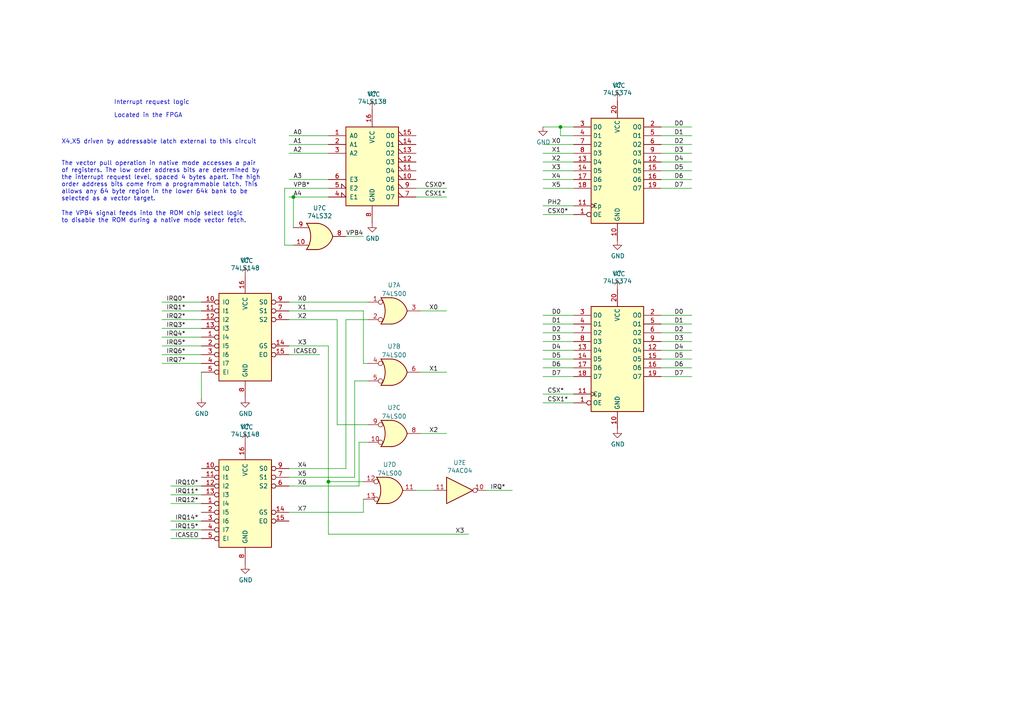
<source format=kicad_sch>
(kicad_sch (version 20211123) (generator eeschema)
  (paper "A4")
  (lib_symbols
    (symbol "74xx:74LS00" (pin_names (offset 1.016))
      (property "Reference" "U" (at 0 1.27 0))
      (property "Value" "74LS00" (at 0 -1.27 0))
      (symbol "74LS00_1_1"
        (arc (start 0 -3.81) (mid 3.81 0) (end 0 3.81) (stroke (width 0.254)) (fill (type background)))
        (polyline (pts (xy 0 3.81) (xy -3.81 3.81) (xy -3.81 -3.81) (xy 0 -3.81)) (stroke (width 0.254)) (fill (type background)))
        (pin input line (at -7.62 2.54 0) (length 3.81) (name "~") (number "1"))
        (pin input line (at -7.62 -2.54 0) (length 3.81) (name "~") (number "2"))
        (pin output inverted (at 7.62 0 180) (length 3.81) (name "~") (number "3"))
      )
      (symbol "74LS00_1_2"
        (arc (start -3.81 -3.81) (mid -2.589 0) (end -3.81 3.81) (stroke (width 0.254)))
        (arc (start -0.6096 -3.81) (mid 2.1842 -2.5851) (end 3.81 0) (stroke (width 0.254)) (fill (type background)))
        (polyline (pts (xy -3.81 -3.81) (xy -0.635 -3.81)) (stroke (width 0.254)) (fill (type background)))
        (polyline (pts (xy -3.81 3.81) (xy -0.635 3.81)) (stroke (width 0.254)) (fill (type background)))
        (polyline (pts (xy -0.635 3.81) (xy -3.81 3.81) (xy -3.81 3.81) (xy -3.556 3.4036) (xy -3.0226 2.2606) (xy -2.6924 1.0414) (xy -2.6162 -0.254) (xy -2.7686 -1.4986) (xy -3.175 -2.7178) (xy -3.81 -3.81) (xy -3.81 -3.81) (xy -0.635 -3.81)) (stroke (width -25.4)) (fill (type background)))
        (arc (start 3.81 0) (mid 2.1915 2.5936) (end -0.6096 3.81) (stroke (width 0.254)) (fill (type background)))
        (pin input inverted (at -7.62 2.54 0) (length 4.318) (name "~") (number "1"))
        (pin input inverted (at -7.62 -2.54 0) (length 4.318) (name "~") (number "2"))
        (pin output line (at 7.62 0 180) (length 3.81) (name "~") (number "3"))
      )
      (symbol "74LS00_2_1"
        (arc (start 0 -3.81) (mid 3.81 0) (end 0 3.81) (stroke (width 0.254)) (fill (type background)))
        (polyline (pts (xy 0 3.81) (xy -3.81 3.81) (xy -3.81 -3.81) (xy 0 -3.81)) (stroke (width 0.254)) (fill (type background)))
        (pin input line (at -7.62 2.54 0) (length 3.81) (name "~") (number "4"))
        (pin input line (at -7.62 -2.54 0) (length 3.81) (name "~") (number "5"))
        (pin output inverted (at 7.62 0 180) (length 3.81) (name "~") (number "6"))
      )
      (symbol "74LS00_2_2"
        (arc (start -3.81 -3.81) (mid -2.589 0) (end -3.81 3.81) (stroke (width 0.254)))
        (arc (start -0.6096 -3.81) (mid 2.1842 -2.5851) (end 3.81 0) (stroke (width 0.254)) (fill (type background)))
        (polyline (pts (xy -3.81 -3.81) (xy -0.635 -3.81)) (stroke (width 0.254)) (fill (type background)))
        (polyline (pts (xy -3.81 3.81) (xy -0.635 3.81)) (stroke (width 0.254)) (fill (type background)))
        (polyline (pts (xy -0.635 3.81) (xy -3.81 3.81) (xy -3.81 3.81) (xy -3.556 3.4036) (xy -3.0226 2.2606) (xy -2.6924 1.0414) (xy -2.6162 -0.254) (xy -2.7686 -1.4986) (xy -3.175 -2.7178) (xy -3.81 -3.81) (xy -3.81 -3.81) (xy -0.635 -3.81)) (stroke (width -25.4)) (fill (type background)))
        (arc (start 3.81 0) (mid 2.1915 2.5936) (end -0.6096 3.81) (stroke (width 0.254)) (fill (type background)))
        (pin input inverted (at -7.62 2.54 0) (length 4.318) (name "~") (number "4"))
        (pin input inverted (at -7.62 -2.54 0) (length 4.318) (name "~") (number "5"))
        (pin output line (at 7.62 0 180) (length 3.81) (name "~") (number "6"))
      )
      (symbol "74LS00_3_1"
        (arc (start 0 -3.81) (mid 3.81 0) (end 0 3.81) (stroke (width 0.254)) (fill (type background)))
        (polyline (pts (xy 0 3.81) (xy -3.81 3.81) (xy -3.81 -3.81) (xy 0 -3.81)) (stroke (width 0.254)) (fill (type background)))
        (pin input line (at -7.62 -2.54 0) (length 3.81) (name "~") (number "10"))
        (pin output inverted (at 7.62 0 180) (length 3.81) (name "~") (number "8"))
        (pin input line (at -7.62 2.54 0) (length 3.81) (name "~") (number "9"))
      )
      (symbol "74LS00_3_2"
        (arc (start -3.81 -3.81) (mid -2.589 0) (end -3.81 3.81) (stroke (width 0.254)))
        (arc (start -0.6096 -3.81) (mid 2.1842 -2.5851) (end 3.81 0) (stroke (width 0.254)) (fill (type background)))
        (polyline (pts (xy -3.81 -3.81) (xy -0.635 -3.81)) (stroke (width 0.254)) (fill (type background)))
        (polyline (pts (xy -3.81 3.81) (xy -0.635 3.81)) (stroke (width 0.254)) (fill (type background)))
        (polyline (pts (xy -0.635 3.81) (xy -3.81 3.81) (xy -3.81 3.81) (xy -3.556 3.4036) (xy -3.0226 2.2606) (xy -2.6924 1.0414) (xy -2.6162 -0.254) (xy -2.7686 -1.4986) (xy -3.175 -2.7178) (xy -3.81 -3.81) (xy -3.81 -3.81) (xy -0.635 -3.81)) (stroke (width -25.4)) (fill (type background)))
        (arc (start 3.81 0) (mid 2.1915 2.5936) (end -0.6096 3.81) (stroke (width 0.254)) (fill (type background)))
        (pin input inverted (at -7.62 -2.54 0) (length 4.318) (name "~") (number "10"))
        (pin output line (at 7.62 0 180) (length 3.81) (name "~") (number "8"))
        (pin input inverted (at -7.62 2.54 0) (length 4.318) (name "~") (number "9"))
      )
      (symbol "74LS00_4_1"
        (arc (start 0 -3.81) (mid 3.81 0) (end 0 3.81) (stroke (width 0.254)) (fill (type background)))
        (polyline (pts (xy 0 3.81) (xy -3.81 3.81) (xy -3.81 -3.81) (xy 0 -3.81)) (stroke (width 0.254)) (fill (type background)))
        (pin output inverted (at 7.62 0 180) (length 3.81) (name "~") (number "11"))
        (pin input line (at -7.62 2.54 0) (length 3.81) (name "~") (number "12"))
        (pin input line (at -7.62 -2.54 0) (length 3.81) (name "~") (number "13"))
      )
      (symbol "74LS00_4_2"
        (arc (start -3.81 -3.81) (mid -2.589 0) (end -3.81 3.81) (stroke (width 0.254)))
        (arc (start -0.6096 -3.81) (mid 2.1842 -2.5851) (end 3.81 0) (stroke (width 0.254)) (fill (type background)))
        (polyline (pts (xy -3.81 -3.81) (xy -0.635 -3.81)) (stroke (width 0.254)) (fill (type background)))
        (polyline (pts (xy -3.81 3.81) (xy -0.635 3.81)) (stroke (width 0.254)) (fill (type background)))
        (polyline (pts (xy -0.635 3.81) (xy -3.81 3.81) (xy -3.81 3.81) (xy -3.556 3.4036) (xy -3.0226 2.2606) (xy -2.6924 1.0414) (xy -2.6162 -0.254) (xy -2.7686 -1.4986) (xy -3.175 -2.7178) (xy -3.81 -3.81) (xy -3.81 -3.81) (xy -0.635 -3.81)) (stroke (width -25.4)) (fill (type background)))
        (arc (start 3.81 0) (mid 2.1915 2.5936) (end -0.6096 3.81) (stroke (width 0.254)) (fill (type background)))
        (pin output line (at 7.62 0 180) (length 3.81) (name "~") (number "11"))
        (pin input inverted (at -7.62 2.54 0) (length 4.318) (name "~") (number "12"))
        (pin input inverted (at -7.62 -2.54 0) (length 4.318) (name "~") (number "13"))
      )
      (symbol "74LS00_5_0"
        (pin power_in line (at 0 12.7 270) (length 5.08) (name "VCC") (number "14"))
        (pin power_in line (at 0 -12.7 90) (length 5.08) (name "GND") (number "7"))
      )
      (symbol "74LS00_5_1"
        (rectangle (start -5.08 7.62) (end 5.08 -7.62) (stroke (width 0.254)) (fill (type background)))
      )
    )
    (symbol "74xx:74LS04"
      (property "Reference" "U" (at 0 1.27 0))
      (property "Value" "74LS04" (at 0 -1.27 0))
      (symbol "74LS04_1_0"
        (polyline (pts (xy -3.81 3.81) (xy -3.81 -3.81) (xy 3.81 0) (xy -3.81 3.81)) (stroke (width 0.254)) (fill (type background)))
        (pin input line (at -7.62 0 0) (length 3.81) (name "~") (number "1"))
        (pin output inverted (at 7.62 0 180) (length 3.81) (name "~") (number "2"))
      )
      (symbol "74LS04_2_0"
        (polyline (pts (xy -3.81 3.81) (xy -3.81 -3.81) (xy 3.81 0) (xy -3.81 3.81)) (stroke (width 0.254)) (fill (type background)))
        (pin input line (at -7.62 0 0) (length 3.81) (name "~") (number "3"))
        (pin output inverted (at 7.62 0 180) (length 3.81) (name "~") (number "4"))
      )
      (symbol "74LS04_3_0"
        (polyline (pts (xy -3.81 3.81) (xy -3.81 -3.81) (xy 3.81 0) (xy -3.81 3.81)) (stroke (width 0.254)) (fill (type background)))
        (pin input line (at -7.62 0 0) (length 3.81) (name "~") (number "5"))
        (pin output inverted (at 7.62 0 180) (length 3.81) (name "~") (number "6"))
      )
      (symbol "74LS04_4_0"
        (polyline (pts (xy -3.81 3.81) (xy -3.81 -3.81) (xy 3.81 0) (xy -3.81 3.81)) (stroke (width 0.254)) (fill (type background)))
        (pin output inverted (at 7.62 0 180) (length 3.81) (name "~") (number "8"))
        (pin input line (at -7.62 0 0) (length 3.81) (name "~") (number "9"))
      )
      (symbol "74LS04_5_0"
        (polyline (pts (xy -3.81 3.81) (xy -3.81 -3.81) (xy 3.81 0) (xy -3.81 3.81)) (stroke (width 0.254)) (fill (type background)))
        (pin output inverted (at 7.62 0 180) (length 3.81) (name "~") (number "10"))
        (pin input line (at -7.62 0 0) (length 3.81) (name "~") (number "11"))
      )
      (symbol "74LS04_6_0"
        (polyline (pts (xy -3.81 3.81) (xy -3.81 -3.81) (xy 3.81 0) (xy -3.81 3.81)) (stroke (width 0.254)) (fill (type background)))
        (pin output inverted (at 7.62 0 180) (length 3.81) (name "~") (number "12"))
        (pin input line (at -7.62 0 0) (length 3.81) (name "~") (number "13"))
      )
      (symbol "74LS04_7_0"
        (pin power_in line (at 0 12.7 270) (length 5.08) (name "VCC") (number "14"))
        (pin power_in line (at 0 -12.7 90) (length 5.08) (name "GND") (number "7"))
      )
      (symbol "74LS04_7_1"
        (rectangle (start -5.08 7.62) (end 5.08 -7.62) (stroke (width 0.254)) (fill (type background)))
      )
    )
    (symbol "74xx:74LS138" (pin_names (offset 1.016))
      (property "Reference" "U" (at -7.62 11.43 0))
      (property "Value" "74LS138" (at -7.62 -13.97 0))
      (symbol "74LS138_1_0"
        (pin input line (at -12.7 7.62 0) (length 5.08) (name "A0") (number "1"))
        (pin output output_low (at 12.7 -5.08 180) (length 5.08) (name "O5") (number "10"))
        (pin output output_low (at 12.7 -2.54 180) (length 5.08) (name "O4") (number "11"))
        (pin output output_low (at 12.7 0 180) (length 5.08) (name "O3") (number "12"))
        (pin output output_low (at 12.7 2.54 180) (length 5.08) (name "O2") (number "13"))
        (pin output output_low (at 12.7 5.08 180) (length 5.08) (name "O1") (number "14"))
        (pin output output_low (at 12.7 7.62 180) (length 5.08) (name "O0") (number "15"))
        (pin power_in line (at 0 15.24 270) (length 5.08) (name "VCC") (number "16"))
        (pin input line (at -12.7 5.08 0) (length 5.08) (name "A1") (number "2"))
        (pin input line (at -12.7 2.54 0) (length 5.08) (name "A2") (number "3"))
        (pin input input_low (at -12.7 -10.16 0) (length 5.08) (name "E1") (number "4"))
        (pin input input_low (at -12.7 -7.62 0) (length 5.08) (name "E2") (number "5"))
        (pin input line (at -12.7 -5.08 0) (length 5.08) (name "E3") (number "6"))
        (pin output output_low (at 12.7 -10.16 180) (length 5.08) (name "O7") (number "7"))
        (pin power_in line (at 0 -17.78 90) (length 5.08) (name "GND") (number "8"))
        (pin output output_low (at 12.7 -7.62 180) (length 5.08) (name "O6") (number "9"))
      )
      (symbol "74LS138_1_1"
        (rectangle (start -7.62 10.16) (end 7.62 -12.7) (stroke (width 0.254)) (fill (type background)))
      )
    )
    (symbol "74xx:74LS148" (pin_names (offset 1.016))
      (property "Reference" "U" (at -7.62 13.97 0))
      (property "Value" "74LS148" (at -7.62 -13.97 0))
      (symbol "74LS148_1_0"
        (pin input inverted (at -12.7 0 0) (length 5.08) (name "I4") (number "1"))
        (pin input inverted (at -12.7 10.16 0) (length 5.08) (name "IO") (number "10"))
        (pin input inverted (at -12.7 7.62 0) (length 5.08) (name "I1") (number "11"))
        (pin input inverted (at -12.7 5.08 0) (length 5.08) (name "I2") (number "12"))
        (pin input inverted (at -12.7 2.54 0) (length 5.08) (name "I3") (number "13"))
        (pin output inverted (at 12.7 -2.54 180) (length 5.08) (name "GS") (number "14"))
        (pin output inverted (at 12.7 -5.08 180) (length 5.08) (name "EO") (number "15"))
        (pin power_in line (at 0 17.78 270) (length 5.08) (name "VCC") (number "16"))
        (pin input inverted (at -12.7 -2.54 0) (length 5.08) (name "I5") (number "2"))
        (pin input inverted (at -12.7 -5.08 0) (length 5.08) (name "I6") (number "3"))
        (pin input inverted (at -12.7 -7.62 0) (length 5.08) (name "I7") (number "4"))
        (pin input inverted (at -12.7 -10.16 0) (length 5.08) (name "EI") (number "5"))
        (pin output inverted (at 12.7 5.08 180) (length 5.08) (name "S2") (number "6"))
        (pin output inverted (at 12.7 7.62 180) (length 5.08) (name "S1") (number "7"))
        (pin power_in line (at 0 -17.78 90) (length 5.08) (name "GND") (number "8"))
        (pin output inverted (at 12.7 10.16 180) (length 5.08) (name "S0") (number "9"))
      )
      (symbol "74LS148_1_1"
        (rectangle (start -7.62 12.7) (end 7.62 -12.7) (stroke (width 0.254)) (fill (type background)))
      )
    )
    (symbol "74xx:74LS32" (pin_names (offset 1.016))
      (property "Reference" "U" (at 0 1.27 0))
      (property "Value" "74LS32" (at 0 -1.27 0))
      (symbol "74LS32_1_1"
        (arc (start -3.81 -3.81) (mid -2.589 0) (end -3.81 3.81) (stroke (width 0.254)))
        (arc (start -0.6096 -3.81) (mid 2.1842 -2.5851) (end 3.81 0) (stroke (width 0.254)) (fill (type background)))
        (polyline (pts (xy -3.81 -3.81) (xy -0.635 -3.81)) (stroke (width 0.254)) (fill (type background)))
        (polyline (pts (xy -3.81 3.81) (xy -0.635 3.81)) (stroke (width 0.254)) (fill (type background)))
        (polyline (pts (xy -0.635 3.81) (xy -3.81 3.81) (xy -3.81 3.81) (xy -3.556 3.4036) (xy -3.0226 2.2606) (xy -2.6924 1.0414) (xy -2.6162 -0.254) (xy -2.7686 -1.4986) (xy -3.175 -2.7178) (xy -3.81 -3.81) (xy -3.81 -3.81) (xy -0.635 -3.81)) (stroke (width -25.4)) (fill (type background)))
        (arc (start 3.81 0) (mid 2.1915 2.5936) (end -0.6096 3.81) (stroke (width 0.254)) (fill (type background)))
        (pin input line (at -7.62 2.54 0) (length 4.318) (name "~") (number "1"))
        (pin input line (at -7.62 -2.54 0) (length 4.318) (name "~") (number "2"))
        (pin output line (at 7.62 0 180) (length 3.81) (name "~") (number "3"))
      )
      (symbol "74LS32_1_2"
        (arc (start 0 -3.81) (mid 3.81 0) (end 0 3.81) (stroke (width 0.254)) (fill (type background)))
        (polyline (pts (xy 0 3.81) (xy -3.81 3.81) (xy -3.81 -3.81) (xy 0 -3.81)) (stroke (width 0.254)) (fill (type background)))
        (pin input inverted (at -7.62 2.54 0) (length 3.81) (name "~") (number "1"))
        (pin input inverted (at -7.62 -2.54 0) (length 3.81) (name "~") (number "2"))
        (pin output inverted (at 7.62 0 180) (length 3.81) (name "~") (number "3"))
      )
      (symbol "74LS32_2_1"
        (arc (start -3.81 -3.81) (mid -2.589 0) (end -3.81 3.81) (stroke (width 0.254)))
        (arc (start -0.6096 -3.81) (mid 2.1842 -2.5851) (end 3.81 0) (stroke (width 0.254)) (fill (type background)))
        (polyline (pts (xy -3.81 -3.81) (xy -0.635 -3.81)) (stroke (width 0.254)) (fill (type background)))
        (polyline (pts (xy -3.81 3.81) (xy -0.635 3.81)) (stroke (width 0.254)) (fill (type background)))
        (polyline (pts (xy -0.635 3.81) (xy -3.81 3.81) (xy -3.81 3.81) (xy -3.556 3.4036) (xy -3.0226 2.2606) (xy -2.6924 1.0414) (xy -2.6162 -0.254) (xy -2.7686 -1.4986) (xy -3.175 -2.7178) (xy -3.81 -3.81) (xy -3.81 -3.81) (xy -0.635 -3.81)) (stroke (width -25.4)) (fill (type background)))
        (arc (start 3.81 0) (mid 2.1915 2.5936) (end -0.6096 3.81) (stroke (width 0.254)) (fill (type background)))
        (pin input line (at -7.62 2.54 0) (length 4.318) (name "~") (number "4"))
        (pin input line (at -7.62 -2.54 0) (length 4.318) (name "~") (number "5"))
        (pin output line (at 7.62 0 180) (length 3.81) (name "~") (number "6"))
      )
      (symbol "74LS32_2_2"
        (arc (start 0 -3.81) (mid 3.81 0) (end 0 3.81) (stroke (width 0.254)) (fill (type background)))
        (polyline (pts (xy 0 3.81) (xy -3.81 3.81) (xy -3.81 -3.81) (xy 0 -3.81)) (stroke (width 0.254)) (fill (type background)))
        (pin input inverted (at -7.62 2.54 0) (length 3.81) (name "~") (number "4"))
        (pin input inverted (at -7.62 -2.54 0) (length 3.81) (name "~") (number "5"))
        (pin output inverted (at 7.62 0 180) (length 3.81) (name "~") (number "6"))
      )
      (symbol "74LS32_3_1"
        (arc (start -3.81 -3.81) (mid -2.589 0) (end -3.81 3.81) (stroke (width 0.254)))
        (arc (start -0.6096 -3.81) (mid 2.1842 -2.5851) (end 3.81 0) (stroke (width 0.254)) (fill (type background)))
        (polyline (pts (xy -3.81 -3.81) (xy -0.635 -3.81)) (stroke (width 0.254)) (fill (type background)))
        (polyline (pts (xy -3.81 3.81) (xy -0.635 3.81)) (stroke (width 0.254)) (fill (type background)))
        (polyline (pts (xy -0.635 3.81) (xy -3.81 3.81) (xy -3.81 3.81) (xy -3.556 3.4036) (xy -3.0226 2.2606) (xy -2.6924 1.0414) (xy -2.6162 -0.254) (xy -2.7686 -1.4986) (xy -3.175 -2.7178) (xy -3.81 -3.81) (xy -3.81 -3.81) (xy -0.635 -3.81)) (stroke (width -25.4)) (fill (type background)))
        (arc (start 3.81 0) (mid 2.1915 2.5936) (end -0.6096 3.81) (stroke (width 0.254)) (fill (type background)))
        (pin input line (at -7.62 -2.54 0) (length 4.318) (name "~") (number "10"))
        (pin output line (at 7.62 0 180) (length 3.81) (name "~") (number "8"))
        (pin input line (at -7.62 2.54 0) (length 4.318) (name "~") (number "9"))
      )
      (symbol "74LS32_3_2"
        (arc (start 0 -3.81) (mid 3.81 0) (end 0 3.81) (stroke (width 0.254)) (fill (type background)))
        (polyline (pts (xy 0 3.81) (xy -3.81 3.81) (xy -3.81 -3.81) (xy 0 -3.81)) (stroke (width 0.254)) (fill (type background)))
        (pin input inverted (at -7.62 -2.54 0) (length 3.81) (name "~") (number "10"))
        (pin output inverted (at 7.62 0 180) (length 3.81) (name "~") (number "8"))
        (pin input inverted (at -7.62 2.54 0) (length 3.81) (name "~") (number "9"))
      )
      (symbol "74LS32_4_1"
        (arc (start -3.81 -3.81) (mid -2.589 0) (end -3.81 3.81) (stroke (width 0.254)))
        (arc (start -0.6096 -3.81) (mid 2.1842 -2.5851) (end 3.81 0) (stroke (width 0.254)) (fill (type background)))
        (polyline (pts (xy -3.81 -3.81) (xy -0.635 -3.81)) (stroke (width 0.254)) (fill (type background)))
        (polyline (pts (xy -3.81 3.81) (xy -0.635 3.81)) (stroke (width 0.254)) (fill (type background)))
        (polyline (pts (xy -0.635 3.81) (xy -3.81 3.81) (xy -3.81 3.81) (xy -3.556 3.4036) (xy -3.0226 2.2606) (xy -2.6924 1.0414) (xy -2.6162 -0.254) (xy -2.7686 -1.4986) (xy -3.175 -2.7178) (xy -3.81 -3.81) (xy -3.81 -3.81) (xy -0.635 -3.81)) (stroke (width -25.4)) (fill (type background)))
        (arc (start 3.81 0) (mid 2.1915 2.5936) (end -0.6096 3.81) (stroke (width 0.254)) (fill (type background)))
        (pin output line (at 7.62 0 180) (length 3.81) (name "~") (number "11"))
        (pin input line (at -7.62 2.54 0) (length 4.318) (name "~") (number "12"))
        (pin input line (at -7.62 -2.54 0) (length 4.318) (name "~") (number "13"))
      )
      (symbol "74LS32_4_2"
        (arc (start 0 -3.81) (mid 3.81 0) (end 0 3.81) (stroke (width 0.254)) (fill (type background)))
        (polyline (pts (xy 0 3.81) (xy -3.81 3.81) (xy -3.81 -3.81) (xy 0 -3.81)) (stroke (width 0.254)) (fill (type background)))
        (pin output inverted (at 7.62 0 180) (length 3.81) (name "~") (number "11"))
        (pin input inverted (at -7.62 2.54 0) (length 3.81) (name "~") (number "12"))
        (pin input inverted (at -7.62 -2.54 0) (length 3.81) (name "~") (number "13"))
      )
      (symbol "74LS32_5_0"
        (pin power_in line (at 0 12.7 270) (length 5.08) (name "VCC") (number "14"))
        (pin power_in line (at 0 -12.7 90) (length 5.08) (name "GND") (number "7"))
      )
      (symbol "74LS32_5_1"
        (rectangle (start -5.08 7.62) (end 5.08 -7.62) (stroke (width 0.254)) (fill (type background)))
      )
    )
    (symbol "74xx:74LS374"
      (property "Reference" "U" (at -7.62 16.51 0))
      (property "Value" "74LS374" (at -7.62 -16.51 0))
      (symbol "74LS374_1_0"
        (pin input inverted (at -12.7 -12.7 0) (length 5.08) (name "OE") (number "1"))
        (pin power_in line (at 0 -20.32 90) (length 5.08) (name "GND") (number "10"))
        (pin input clock (at -12.7 -10.16 0) (length 5.08) (name "Cp") (number "11"))
        (pin tri_state line (at 12.7 2.54 180) (length 5.08) (name "O4") (number "12"))
        (pin input line (at -12.7 2.54 0) (length 5.08) (name "D4") (number "13"))
        (pin input line (at -12.7 0 0) (length 5.08) (name "D5") (number "14"))
        (pin tri_state line (at 12.7 0 180) (length 5.08) (name "O5") (number "15"))
        (pin tri_state line (at 12.7 -2.54 180) (length 5.08) (name "O6") (number "16"))
        (pin input line (at -12.7 -2.54 0) (length 5.08) (name "D6") (number "17"))
        (pin input line (at -12.7 -5.08 0) (length 5.08) (name "D7") (number "18"))
        (pin tri_state line (at 12.7 -5.08 180) (length 5.08) (name "O7") (number "19"))
        (pin tri_state line (at 12.7 12.7 180) (length 5.08) (name "O0") (number "2"))
        (pin power_in line (at 0 20.32 270) (length 5.08) (name "VCC") (number "20"))
        (pin input line (at -12.7 12.7 0) (length 5.08) (name "D0") (number "3"))
        (pin input line (at -12.7 10.16 0) (length 5.08) (name "D1") (number "4"))
        (pin tri_state line (at 12.7 10.16 180) (length 5.08) (name "O1") (number "5"))
        (pin tri_state line (at 12.7 7.62 180) (length 5.08) (name "O2") (number "6"))
        (pin input line (at -12.7 7.62 0) (length 5.08) (name "D2") (number "7"))
        (pin input line (at -12.7 5.08 0) (length 5.08) (name "D3") (number "8"))
        (pin tri_state line (at 12.7 5.08 180) (length 5.08) (name "O3") (number "9"))
      )
      (symbol "74LS374_1_1"
        (rectangle (start -7.62 15.24) (end 7.62 -15.24) (stroke (width 0.254)) (fill (type background)))
      )
    )
    (symbol "power:GND" (power) (pin_names (offset 0))
      (property "Value" "GND" (at 0 -3.81 0))
      (symbol "GND_0_1"
        (polyline (pts (xy 0 0) (xy 0 -1.27) (xy 1.27 -1.27) (xy 0 -2.54) (xy -1.27 -1.27) (xy 0 -1.27)))
      )
      (symbol "GND_1_1"
        (pin power_in line (at 0 0 270) (length 0) hide (name "GND") (number "1"))
      )
    )
    (symbol "power:VCC" (power) (pin_names (offset 0))
      (property "Value" "VCC" (at 0 3.81 0))
      (symbol "VCC_0_1"
        (polyline (pts (xy -0.762 1.27) (xy 0 2.54)))
        (polyline (pts (xy 0 0) (xy 0 2.54)))
        (polyline (pts (xy 0 2.54) (xy 0.762 1.27)))
      )
      (symbol "VCC_1_1"
        (pin power_in line (at 0 0 90) (length 0) hide (name "VCC") (number "1"))
      )
    )
  )
  (junction (at 95.25 139.7))
  (junction (at 162.56 36.83))
  (junction (at 85.09 57.15))
  (wire (pts (xy 191.77 99.06) (xy 200.66 99.06)))
  (wire (pts (xy 58.42 146.05) (xy 49.53 146.05)))
  (wire (pts (xy 191.77 46.99) (xy 200.66 46.99)))
  (wire (pts (xy 83.82 87.63) (xy 106.68 87.63)))
  (wire (pts (xy 102.87 138.43) (xy 102.87 110.49)))
  (wire (pts (xy 100.33 92.71) (xy 106.68 92.71)))
  (wire (pts (xy 191.77 52.07) (xy 200.66 52.07)))
  (wire (pts (xy 166.37 62.23) (xy 157.48 62.23)))
  (wire (pts (xy 166.37 36.83) (xy 162.56 36.83)))
  (wire (pts (xy 121.92 90.17) (xy 129.54 90.17)))
  (wire (pts (xy 105.41 90.17) (xy 105.41 105.41)))
  (wire (pts (xy 95.25 139.7) (xy 105.41 139.7)))
  (wire (pts (xy 166.37 96.52) (xy 157.48 96.52)))
  (wire (pts (xy 58.42 92.71) (xy 46.99 92.71)))
  (wire (pts (xy 162.56 39.37) (xy 162.56 36.83)))
  (wire (pts (xy 100.33 68.58) (xy 105.41 68.58)))
  (wire (pts (xy 121.92 125.73) (xy 129.54 125.73)))
  (wire (pts (xy 166.37 109.22) (xy 157.48 109.22)))
  (wire (pts (xy 83.82 102.87) (xy 92.71 102.87)))
  (wire (pts (xy 166.37 41.91) (xy 157.48 41.91)))
  (wire (pts (xy 140.97 142.24) (xy 148.59 142.24)))
  (wire (pts (xy 95.25 139.7) (xy 95.25 154.94)))
  (wire (pts (xy 166.37 54.61) (xy 157.48 54.61)))
  (wire (pts (xy 166.37 91.44) (xy 157.48 91.44)))
  (wire (pts (xy 166.37 104.14) (xy 157.48 104.14)))
  (wire (pts (xy 58.42 140.97) (xy 49.53 140.97)))
  (wire (pts (xy 85.09 57.15) (xy 83.82 57.15)))
  (wire (pts (xy 58.42 107.95) (xy 58.42 115.57)))
  (wire (pts (xy 191.77 36.83) (xy 200.66 36.83)))
  (wire (pts (xy 95.25 57.15) (xy 85.09 57.15)))
  (wire (pts (xy 83.82 90.17) (xy 105.41 90.17)))
  (wire (pts (xy 105.41 148.59) (xy 105.41 144.78)))
  (wire (pts (xy 191.77 104.14) (xy 200.66 104.14)))
  (wire (pts (xy 106.68 123.19) (xy 97.79 123.19)))
  (wire (pts (xy 46.99 97.79) (xy 58.42 97.79)))
  (wire (pts (xy 58.42 90.17) (xy 46.99 90.17)))
  (wire (pts (xy 83.82 39.37) (xy 95.25 39.37)))
  (wire (pts (xy 166.37 114.3) (xy 157.48 114.3)))
  (wire (pts (xy 120.65 57.15) (xy 129.54 57.15)))
  (wire (pts (xy 104.14 140.97) (xy 104.14 128.27)))
  (wire (pts (xy 58.42 143.51) (xy 49.53 143.51)))
  (wire (pts (xy 191.77 109.22) (xy 200.66 109.22)))
  (wire (pts (xy 191.77 96.52) (xy 200.66 96.52)))
  (wire (pts (xy 191.77 49.53) (xy 200.66 49.53)))
  (wire (pts (xy 83.82 100.33) (xy 95.25 100.33)))
  (wire (pts (xy 191.77 106.68) (xy 200.66 106.68)))
  (wire (pts (xy 83.82 138.43) (xy 102.87 138.43)))
  (wire (pts (xy 58.42 156.21) (xy 49.53 156.21)))
  (wire (pts (xy 82.55 71.12) (xy 82.55 54.61)))
  (wire (pts (xy 102.87 110.49) (xy 106.68 110.49)))
  (wire (pts (xy 58.42 95.25) (xy 46.99 95.25)))
  (wire (pts (xy 58.42 87.63) (xy 46.99 87.63)))
  (wire (pts (xy 166.37 116.84) (xy 157.48 116.84)))
  (wire (pts (xy 85.09 66.04) (xy 85.09 57.15)))
  (wire (pts (xy 166.37 101.6) (xy 157.48 101.6)))
  (wire (pts (xy 166.37 106.68) (xy 157.48 106.68)))
  (wire (pts (xy 166.37 49.53) (xy 157.48 49.53)))
  (wire (pts (xy 166.37 46.99) (xy 157.48 46.99)))
  (wire (pts (xy 191.77 39.37) (xy 200.66 39.37)))
  (wire (pts (xy 191.77 54.61) (xy 200.66 54.61)))
  (wire (pts (xy 46.99 102.87) (xy 58.42 102.87)))
  (wire (pts (xy 82.55 54.61) (xy 95.25 54.61)))
  (wire (pts (xy 166.37 93.98) (xy 157.48 93.98)))
  (wire (pts (xy 191.77 101.6) (xy 200.66 101.6)))
  (wire (pts (xy 166.37 44.45) (xy 157.48 44.45)))
  (wire (pts (xy 83.82 140.97) (xy 104.14 140.97)))
  (wire (pts (xy 95.25 41.91) (xy 83.82 41.91)))
  (wire (pts (xy 191.77 91.44) (xy 200.66 91.44)))
  (wire (pts (xy 97.79 123.19) (xy 97.79 92.71)))
  (wire (pts (xy 166.37 59.69) (xy 157.48 59.69)))
  (wire (pts (xy 120.65 54.61) (xy 129.54 54.61)))
  (wire (pts (xy 105.41 105.41) (xy 106.68 105.41)))
  (wire (pts (xy 121.92 107.95) (xy 129.54 107.95)))
  (wire (pts (xy 191.77 41.91) (xy 200.66 41.91)))
  (wire (pts (xy 191.77 44.45) (xy 200.66 44.45)))
  (wire (pts (xy 95.25 154.94) (xy 135.89 154.94)))
  (wire (pts (xy 166.37 39.37) (xy 162.56 39.37)))
  (wire (pts (xy 104.14 128.27) (xy 106.68 128.27)))
  (wire (pts (xy 58.42 151.13) (xy 49.53 151.13)))
  (wire (pts (xy 83.82 148.59) (xy 105.41 148.59)))
  (wire (pts (xy 95.25 52.07) (xy 83.82 52.07)))
  (wire (pts (xy 162.56 36.83) (xy 157.48 36.83)))
  (wire (pts (xy 95.25 100.33) (xy 95.25 139.7)))
  (wire (pts (xy 166.37 52.07) (xy 157.48 52.07)))
  (wire (pts (xy 58.42 105.41) (xy 46.99 105.41)))
  (wire (pts (xy 85.09 71.12) (xy 82.55 71.12)))
  (wire (pts (xy 58.42 100.33) (xy 46.99 100.33)))
  (wire (pts (xy 58.42 153.67) (xy 49.53 153.67)))
  (wire (pts (xy 83.82 92.71) (xy 97.79 92.71)))
  (wire (pts (xy 120.65 142.24) (xy 125.73 142.24)))
  (wire (pts (xy 100.33 135.89) (xy 100.33 92.71)))
  (wire (pts (xy 83.82 135.89) (xy 100.33 135.89)))
  (wire (pts (xy 166.37 99.06) (xy 157.48 99.06)))
  (wire (pts (xy 191.77 93.98) (xy 200.66 93.98)))
  (wire (pts (xy 95.25 44.45) (xy 83.82 44.45)))
  (text "The VPB4 signal feeds into the ROM chip select logic\nto disable the ROM during a native mode vector fetch.\n" (at 17.78 64.77 0) (effects (font (size 1.27 1.27)) (justify left bottom)))
  (text "Located in the FPGA" (at 33.02 34.29 0) (effects (font (size 1.27 1.27)) (justify left bottom)))
  (text "X4,X5 driven by addressable latch external to this circuit" (at 17.78 41.91 0) (effects (font (size 1.27 1.27)) (justify left bottom)))
  (text "The vector pull operation in native mode accesses a pair\nof registers. The low order address bits are determined by \nthe interrupt request level, spaced 4 bytes apart. The high\norder address bits come from a programmable latch. This\nallows any 64 byte region in the lower 64k bank to be\nselected as a vector target." (at 17.78 58.42 0) (effects (font (size 1.27 1.27)) (justify left bottom)))
  (text "Interrupt request logic" (at 33.02 30.48 0) (effects (font (size 1.27 1.27)) (justify left bottom)))
  (label "X6" (at 86.36 140.97 0))
  (label "PH2" (at 158.75 59.69 0))
  (label "D0" (at 160.02 91.44 0))
  (label "IRQ1*" (at 48.26 90.17 0))
  (label "D1" (at 195.58 93.98 0))
  (label "X7" (at 86.36 148.59 0))
  (label "D3" (at 195.58 99.06 0))
  (label "D4" (at 195.58 101.6 0))
  (label "IRQ11*" (at 50.8 143.51 0))
  (label "X4" (at 160.02 52.07 0))
  (label "D7" (at 195.58 54.61 0))
  (label "IRQ4*" (at 48.26 97.79 0))
  (label "D0" (at 195.58 91.44 0))
  (label "VPB4" (at 100.33 68.58 0))
  (label "IRQ14*" (at 50.8 151.13 0))
  (label "X3" (at 160.02 49.53 0))
  (label "X3" (at 132.08 154.94 0))
  (label "D5" (at 195.58 104.14 0))
  (label "X0" (at 124.46 90.17 0))
  (label "D5" (at 195.58 49.53 0))
  (label "X5" (at 86.36 138.43 0))
  (label "X4" (at 86.36 135.89 0))
  (label "D6" (at 195.58 52.07 0))
  (label "D4" (at 160.02 101.6 0))
  (label "A3" (at 85.09 52.07 0))
  (label "D1" (at 195.58 39.37 0))
  (label "IRQ6*" (at 48.26 102.87 0))
  (label "CSX*" (at 158.75 114.3 0))
  (label "ICASEO" (at 85.09 102.87 0))
  (label "X0" (at 160.02 41.91 0))
  (label "X5" (at 160.02 54.61 0))
  (label "IRQ7*" (at 48.26 105.41 0))
  (label "X2" (at 86.36 92.71 0))
  (label "IRQ12*" (at 50.8 146.05 0))
  (label "A1" (at 85.09 41.91 0))
  (label "A4" (at 85.09 57.15 0))
  (label "CSX1*" (at 158.75 116.84 0))
  (label "ICASEO" (at 50.8 156.21 0))
  (label "D7" (at 160.02 109.22 0))
  (label "A2" (at 85.09 44.45 0))
  (label "IRQ2*" (at 48.26 92.71 0))
  (label "CSX0*" (at 123.19 54.61 0))
  (label "IRQ10*" (at 50.8 140.97 0))
  (label "D2" (at 195.58 96.52 0))
  (label "X3" (at 86.36 100.33 0))
  (label "X0" (at 86.36 87.63 0))
  (label "A0" (at 85.09 39.37 0))
  (label "D2" (at 160.02 96.52 0))
  (label "D7" (at 195.58 109.22 0))
  (label "IRQ*" (at 142.24 142.24 0))
  (label "D2" (at 195.58 41.91 0))
  (label "CSX1*" (at 123.19 57.15 0))
  (label "D6" (at 195.58 106.68 0))
  (label "D4" (at 195.58 46.99 0))
  (label "D3" (at 160.02 99.06 0))
  (label "X1" (at 86.36 90.17 0))
  (label "VPB*" (at 85.09 54.61 0))
  (label "X1" (at 160.02 44.45 0))
  (label "D3" (at 195.58 44.45 0))
  (label "IRQ15*" (at 50.8 153.67 0))
  (label "D6" (at 160.02 106.68 0))
  (label "X2" (at 124.46 125.73 0))
  (label "X2" (at 160.02 46.99 0))
  (label "D5" (at 160.02 104.14 0))
  (label "X1" (at 124.46 107.95 0))
  (label "IRQ5*" (at 48.26 100.33 0))
  (label "D1" (at 160.02 93.98 0))
  (label "D0" (at 195.58 36.83 0))
  (label "IRQ3*" (at 48.26 95.25 0))
  (label "CSX0*" (at 158.75 62.23 0))
  (label "IRQ0*" (at 48.26 87.63 0))
  (symbol (lib_id "power:GND") (at 157.48 36.83 0) (unit 1)
    (property "Reference" "#PWR?" (effects hide))
    (property "Value" "GND" (at 157.607 41.2242 0))
  )
  (symbol (lib_id "power:GND") (at 107.95 64.77 0) (unit 1)
    (property "Reference" "#PWR?" (effects hide))
    (property "Value" "GND" (at 108.077 69.1642 0))
  )
  (symbol (lib_id "power:VCC") (at 71.12 80.01 0) (unit 1)
    (property "Reference" "#PWR?" (effects hide))
    (property "Value" "VCC" (at 71.5518 75.6158 0))
  )
  (symbol (lib_id "74xx:74LS00") (at 114.3 125.73 0) (unit 3) (convert 2)
    (property "Reference" "U?" (at 114.3 118.2202 0))
    (property "Value" "74LS00" (at 114.3 120.7571 0))
    (property "Datasheet" "http://www.ti.com/lit/gpn/sn74ls00" (effects hide))
  )
  (symbol (lib_id "74xx:74LS374") (at 179.07 49.53 0) (unit 1)
    (property "Reference" "U?" (at 179.07 24.6126 0))
    (property "Value" "74LS374" (at 179.07 26.924 0))
    (property "Datasheet" "http://www.ti.com/lit/gpn/sn74LS374" (effects hide))
  )
  (symbol (lib_id "power:VCC") (at 179.07 83.82 0) (unit 1)
    (property "Reference" "#PWR?" (effects hide))
    (property "Value" "VCC" (at 179.5018 79.4258 0))
  )
  (symbol (lib_id "74xx:74LS148") (at 71.12 97.79 0) (unit 1)
    (property "Reference" "U?" (at 71.12 75.4126 0))
    (property "Value" "74LS148" (at 71.12 77.724 0))
    (property "Datasheet" "http://www.ti.com/lit/gpn/sn74LS148" (effects hide))
  )
  (symbol (lib_id "power:GND") (at 58.42 115.57 0) (unit 1)
    (property "Reference" "#PWR?" (effects hide))
    (property "Value" "GND" (at 58.547 119.9642 0))
  )
  (symbol (lib_id "power:GND") (at 71.12 163.83 0) (unit 1)
    (property "Reference" "#PWR?" (effects hide))
    (property "Value" "GND" (at 71.247 168.2242 0))
  )
  (symbol (lib_id "74xx:74LS374") (at 179.07 104.14 0) (unit 1)
    (property "Reference" "U?" (at 179.07 79.2226 0))
    (property "Value" "74LS374" (at 179.07 81.534 0))
    (property "Datasheet" "http://www.ti.com/lit/gpn/sn74LS374" (effects hide))
  )
  (symbol (lib_id "74xx:74LS138") (at 107.95 46.99 0) (unit 1)
    (property "Reference" "U?" (at 107.95 27.1526 0))
    (property "Value" "74LS138" (at 107.95 29.464 0))
    (property "Datasheet" "http://www.ti.com/lit/gpn/sn74LS138" (effects hide))
  )
  (symbol (lib_id "74xx:74LS00") (at 113.03 142.24 0) (unit 4) (convert 2)
    (property "Reference" "U?" (at 113.03 134.7302 0))
    (property "Value" "74LS00" (at 113.03 137.2671 0))
    (property "Datasheet" "http://www.ti.com/lit/gpn/sn74ls00" (effects hide))
  )
  (symbol (lib_id "74xx:74LS00") (at 114.3 90.17 0) (unit 1) (convert 2)
    (property "Reference" "U?" (at 114.3 82.6602 0))
    (property "Value" "74LS00" (at 114.3 85.1971 0))
    (property "Datasheet" "http://www.ti.com/lit/gpn/sn74ls00" (effects hide))
  )
  (symbol (lib_id "power:GND") (at 179.07 69.85 0) (unit 1)
    (property "Reference" "#PWR?" (effects hide))
    (property "Value" "GND" (at 179.197 74.2442 0))
  )
  (symbol (lib_id "74xx:74LS32") (at 92.71 68.58 0) (unit 3)
    (property "Reference" "U?" (at 92.71 60.325 0))
    (property "Value" "74LS32" (at 92.71 62.6364 0))
    (property "Datasheet" "http://www.ti.com/lit/gpn/sn74LS32" (effects hide))
  )
  (symbol (lib_id "74xx:74LS04") (at 133.35 142.24 0) (unit 5)
    (property "Reference" "U?" (at 133.35 134.1882 0))
    (property "Value" "74AC04" (at 133.35 136.4996 0))
    (property "Datasheet" "http://www.ti.com/lit/gpn/sn74LS04" (effects hide))
  )
  (symbol (lib_id "power:VCC") (at 107.95 31.75 0) (unit 1)
    (property "Reference" "#PWR?" (effects hide))
    (property "Value" "VCC" (at 108.3818 27.3558 0))
  )
  (symbol (lib_id "74xx:74LS00") (at 114.3 107.95 0) (unit 2) (convert 2)
    (property "Reference" "U?" (at 114.3 100.4402 0))
    (property "Value" "74LS00" (at 114.3 102.9771 0))
    (property "Datasheet" "http://www.ti.com/lit/gpn/sn74ls00" (effects hide))
  )
  (symbol (lib_id "power:VCC") (at 179.07 29.21 0) (unit 1)
    (property "Reference" "#PWR?" (effects hide))
    (property "Value" "VCC" (at 179.5018 24.8158 0))
  )
  (symbol (lib_id "power:GND") (at 179.07 124.46 0) (unit 1)
    (property "Reference" "#PWR?" (effects hide))
    (property "Value" "GND" (at 179.197 128.8542 0))
  )
  (symbol (lib_id "74xx:74LS148") (at 71.12 146.05 0) (unit 1)
    (property "Reference" "U?" (at 71.12 123.6726 0))
    (property "Value" "74LS148" (at 71.12 125.984 0))
    (property "Datasheet" "http://www.ti.com/lit/gpn/sn74LS148" (effects hide))
  )
  (symbol (lib_id "power:GND") (at 71.12 115.57 0) (unit 1)
    (property "Reference" "#PWR?" (effects hide))
    (property "Value" "GND" (at 71.247 119.9642 0))
  )
  (symbol (lib_id "power:VCC") (at 71.12 128.27 0) (unit 1)
    (property "Reference" "#PWR?" (effects hide))
    (property "Value" "VCC" (at 71.5518 123.8758 0))
  )
)
</source>
